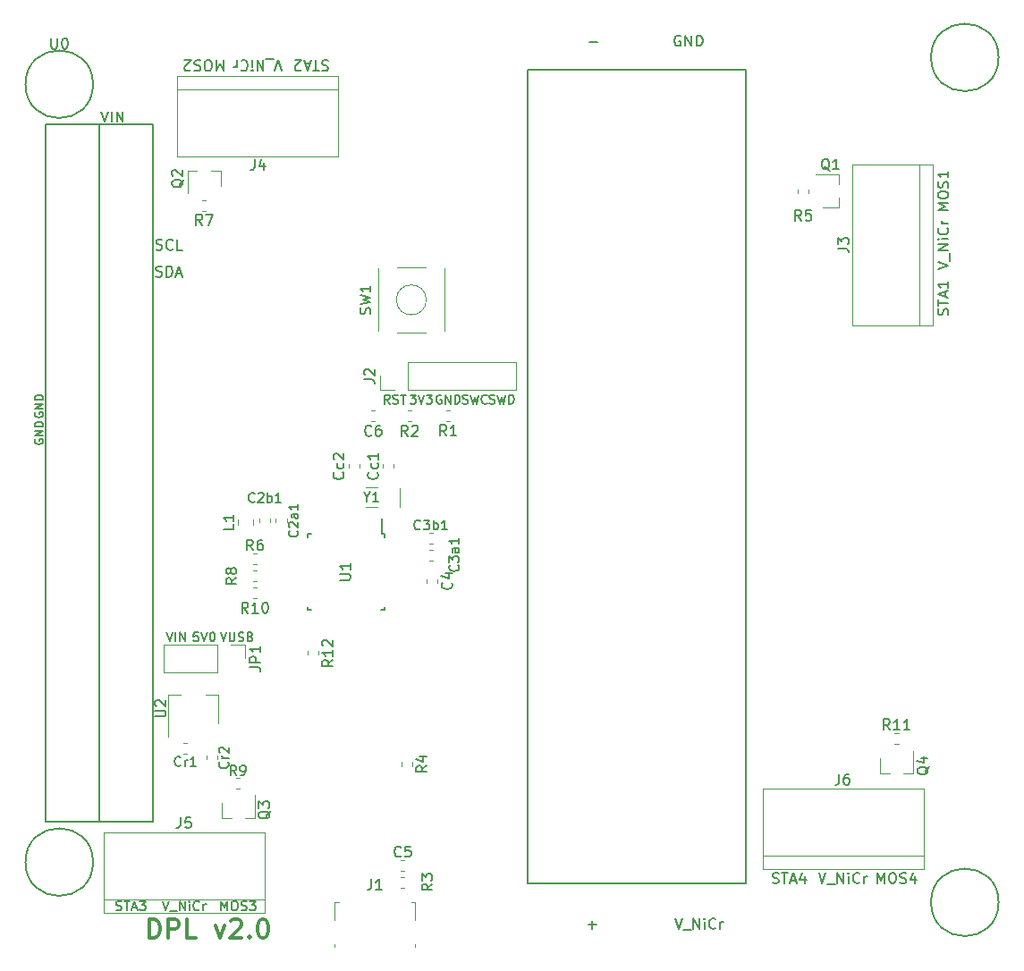
<source format=gto>
G04 #@! TF.GenerationSoftware,KiCad,Pcbnew,5.99.0-unknown-529461e~86~ubuntu18.04.1*
G04 #@! TF.CreationDate,2019-09-26T16:04:43-03:00*
G04 #@! TF.ProjectId,DPL,44504c2e-6b69-4636-9164-5f7063625858,rev?*
G04 #@! TF.SameCoordinates,Original*
G04 #@! TF.FileFunction,Legend,Top*
G04 #@! TF.FilePolarity,Positive*
%FSLAX46Y46*%
G04 Gerber Fmt 4.6, Leading zero omitted, Abs format (unit mm)*
G04 Created by KiCad (PCBNEW 5.99.0-unknown-529461e~86~ubuntu18.04.1) date 2019-09-26 16:04:43*
%MOMM*%
%LPD*%
G04 APERTURE LIST*
%ADD10C,0.150000*%
%ADD11C,0.300000*%
%ADD12C,0.200000*%
%ADD13C,0.120000*%
G04 APERTURE END LIST*
D10*
X167569047Y-127321428D02*
X168330952Y-127321428D01*
X167950000Y-127702380D02*
X167950000Y-126940476D01*
X167669047Y-43721428D02*
X168430952Y-43721428D01*
X175764285Y-126702380D02*
X176097619Y-127702380D01*
X176430952Y-126702380D01*
X176526190Y-127797619D02*
X177288095Y-127797619D01*
X177526190Y-127702380D02*
X177526190Y-126702380D01*
X178097619Y-127702380D01*
X178097619Y-126702380D01*
X178573809Y-127702380D02*
X178573809Y-127035714D01*
X178573809Y-126702380D02*
X178526190Y-126750000D01*
X178573809Y-126797619D01*
X178621428Y-126750000D01*
X178573809Y-126702380D01*
X178573809Y-126797619D01*
X179621428Y-127607142D02*
X179573809Y-127654761D01*
X179430952Y-127702380D01*
X179335714Y-127702380D01*
X179192857Y-127654761D01*
X179097619Y-127559523D01*
X179050000Y-127464285D01*
X179002380Y-127273809D01*
X179002380Y-127130952D01*
X179050000Y-126940476D01*
X179097619Y-126845238D01*
X179192857Y-126750000D01*
X179335714Y-126702380D01*
X179430952Y-126702380D01*
X179573809Y-126750000D01*
X179621428Y-126797619D01*
X180050000Y-127702380D02*
X180050000Y-127035714D01*
X180050000Y-127226190D02*
X180097619Y-127130952D01*
X180145238Y-127083333D01*
X180240476Y-127035714D01*
X180335714Y-127035714D01*
X176288095Y-43150000D02*
X176192857Y-43102380D01*
X176050000Y-43102380D01*
X175907142Y-43150000D01*
X175811904Y-43245238D01*
X175764285Y-43340476D01*
X175716666Y-43530952D01*
X175716666Y-43673809D01*
X175764285Y-43864285D01*
X175811904Y-43959523D01*
X175907142Y-44054761D01*
X176050000Y-44102380D01*
X176145238Y-44102380D01*
X176288095Y-44054761D01*
X176335714Y-44007142D01*
X176335714Y-43673809D01*
X176145238Y-43673809D01*
X176764285Y-44102380D02*
X176764285Y-43102380D01*
X177335714Y-44102380D01*
X177335714Y-43102380D01*
X177811904Y-44102380D02*
X177811904Y-43102380D01*
X178050000Y-43102380D01*
X178192857Y-43150000D01*
X178288095Y-43245238D01*
X178335714Y-43340476D01*
X178383333Y-43530952D01*
X178383333Y-43673809D01*
X178335714Y-43864285D01*
X178288095Y-43959523D01*
X178192857Y-44054761D01*
X178050000Y-44102380D01*
X177811904Y-44102380D01*
X132741666Y-99634523D02*
X133025000Y-100484523D01*
X133308333Y-99634523D01*
X133591666Y-99634523D02*
X133591666Y-100322619D01*
X133632142Y-100403571D01*
X133672619Y-100444047D01*
X133753571Y-100484523D01*
X133915476Y-100484523D01*
X133996428Y-100444047D01*
X134036904Y-100403571D01*
X134077380Y-100322619D01*
X134077380Y-99634523D01*
X134441666Y-100444047D02*
X134563095Y-100484523D01*
X134765476Y-100484523D01*
X134846428Y-100444047D01*
X134886904Y-100403571D01*
X134927380Y-100322619D01*
X134927380Y-100241666D01*
X134886904Y-100160714D01*
X134846428Y-100120238D01*
X134765476Y-100079761D01*
X134603571Y-100039285D01*
X134522619Y-99998809D01*
X134482142Y-99958333D01*
X134441666Y-99877380D01*
X134441666Y-99796428D01*
X134482142Y-99715476D01*
X134522619Y-99675000D01*
X134603571Y-99634523D01*
X134805952Y-99634523D01*
X134927380Y-99675000D01*
X135575000Y-100039285D02*
X135696428Y-100079761D01*
X135736904Y-100120238D01*
X135777380Y-100201190D01*
X135777380Y-100322619D01*
X135736904Y-100403571D01*
X135696428Y-100444047D01*
X135615476Y-100484523D01*
X135291666Y-100484523D01*
X135291666Y-99634523D01*
X135575000Y-99634523D01*
X135655952Y-99675000D01*
X135696428Y-99715476D01*
X135736904Y-99796428D01*
X135736904Y-99877380D01*
X135696428Y-99958333D01*
X135655952Y-99998809D01*
X135575000Y-100039285D01*
X135291666Y-100039285D01*
X130643333Y-99634523D02*
X130238571Y-99634523D01*
X130198095Y-100039285D01*
X130238571Y-99998809D01*
X130319523Y-99958333D01*
X130521904Y-99958333D01*
X130602857Y-99998809D01*
X130643333Y-100039285D01*
X130683809Y-100120238D01*
X130683809Y-100322619D01*
X130643333Y-100403571D01*
X130602857Y-100444047D01*
X130521904Y-100484523D01*
X130319523Y-100484523D01*
X130238571Y-100444047D01*
X130198095Y-100403571D01*
X130926666Y-99634523D02*
X131210000Y-100484523D01*
X131493333Y-99634523D01*
X131938571Y-99634523D02*
X132019523Y-99634523D01*
X132100476Y-99675000D01*
X132140952Y-99715476D01*
X132181428Y-99796428D01*
X132221904Y-99958333D01*
X132221904Y-100160714D01*
X132181428Y-100322619D01*
X132140952Y-100403571D01*
X132100476Y-100444047D01*
X132019523Y-100484523D01*
X131938571Y-100484523D01*
X131857619Y-100444047D01*
X131817142Y-100403571D01*
X131776666Y-100322619D01*
X131736190Y-100160714D01*
X131736190Y-99958333D01*
X131776666Y-99796428D01*
X131817142Y-99715476D01*
X131857619Y-99675000D01*
X131938571Y-99634523D01*
X127639047Y-99634523D02*
X127922380Y-100484523D01*
X128205714Y-99634523D01*
X128489047Y-100484523D02*
X128489047Y-99634523D01*
X128893809Y-100484523D02*
X128893809Y-99634523D01*
X129379523Y-100484523D01*
X129379523Y-99634523D01*
X158216428Y-77944047D02*
X158337857Y-77984523D01*
X158540238Y-77984523D01*
X158621190Y-77944047D01*
X158661666Y-77903571D01*
X158702142Y-77822619D01*
X158702142Y-77741666D01*
X158661666Y-77660714D01*
X158621190Y-77620238D01*
X158540238Y-77579761D01*
X158378333Y-77539285D01*
X158297380Y-77498809D01*
X158256904Y-77458333D01*
X158216428Y-77377380D01*
X158216428Y-77296428D01*
X158256904Y-77215476D01*
X158297380Y-77175000D01*
X158378333Y-77134523D01*
X158580714Y-77134523D01*
X158702142Y-77175000D01*
X158985476Y-77134523D02*
X159187857Y-77984523D01*
X159349761Y-77377380D01*
X159511666Y-77984523D01*
X159714047Y-77134523D01*
X160037857Y-77984523D02*
X160037857Y-77134523D01*
X160240238Y-77134523D01*
X160361666Y-77175000D01*
X160442619Y-77255952D01*
X160483095Y-77336904D01*
X160523571Y-77498809D01*
X160523571Y-77620238D01*
X160483095Y-77782142D01*
X160442619Y-77863095D01*
X160361666Y-77944047D01*
X160240238Y-77984523D01*
X160037857Y-77984523D01*
X155676428Y-77944047D02*
X155797857Y-77984523D01*
X156000238Y-77984523D01*
X156081190Y-77944047D01*
X156121666Y-77903571D01*
X156162142Y-77822619D01*
X156162142Y-77741666D01*
X156121666Y-77660714D01*
X156081190Y-77620238D01*
X156000238Y-77579761D01*
X155838333Y-77539285D01*
X155757380Y-77498809D01*
X155716904Y-77458333D01*
X155676428Y-77377380D01*
X155676428Y-77296428D01*
X155716904Y-77215476D01*
X155757380Y-77175000D01*
X155838333Y-77134523D01*
X156040714Y-77134523D01*
X156162142Y-77175000D01*
X156445476Y-77134523D02*
X156647857Y-77984523D01*
X156809761Y-77377380D01*
X156971666Y-77984523D01*
X157174047Y-77134523D01*
X157983571Y-77903571D02*
X157943095Y-77944047D01*
X157821666Y-77984523D01*
X157740714Y-77984523D01*
X157619285Y-77944047D01*
X157538333Y-77863095D01*
X157497857Y-77782142D01*
X157457380Y-77620238D01*
X157457380Y-77498809D01*
X157497857Y-77336904D01*
X157538333Y-77255952D01*
X157619285Y-77175000D01*
X157740714Y-77134523D01*
X157821666Y-77134523D01*
X157943095Y-77175000D01*
X157983571Y-77215476D01*
X153642380Y-77175000D02*
X153561428Y-77134523D01*
X153440000Y-77134523D01*
X153318571Y-77175000D01*
X153237619Y-77255952D01*
X153197142Y-77336904D01*
X153156666Y-77498809D01*
X153156666Y-77620238D01*
X153197142Y-77782142D01*
X153237619Y-77863095D01*
X153318571Y-77944047D01*
X153440000Y-77984523D01*
X153520952Y-77984523D01*
X153642380Y-77944047D01*
X153682857Y-77903571D01*
X153682857Y-77620238D01*
X153520952Y-77620238D01*
X154047142Y-77984523D02*
X154047142Y-77134523D01*
X154532857Y-77984523D01*
X154532857Y-77134523D01*
X154937619Y-77984523D02*
X154937619Y-77134523D01*
X155140000Y-77134523D01*
X155261428Y-77175000D01*
X155342380Y-77255952D01*
X155382857Y-77336904D01*
X155423333Y-77498809D01*
X155423333Y-77620238D01*
X155382857Y-77782142D01*
X155342380Y-77863095D01*
X155261428Y-77944047D01*
X155140000Y-77984523D01*
X154937619Y-77984523D01*
X150697619Y-77134523D02*
X151223809Y-77134523D01*
X150940476Y-77458333D01*
X151061904Y-77458333D01*
X151142857Y-77498809D01*
X151183333Y-77539285D01*
X151223809Y-77620238D01*
X151223809Y-77822619D01*
X151183333Y-77903571D01*
X151142857Y-77944047D01*
X151061904Y-77984523D01*
X150819047Y-77984523D01*
X150738095Y-77944047D01*
X150697619Y-77903571D01*
X151466666Y-77134523D02*
X151750000Y-77984523D01*
X152033333Y-77134523D01*
X152235714Y-77134523D02*
X152761904Y-77134523D01*
X152478571Y-77458333D01*
X152600000Y-77458333D01*
X152680952Y-77498809D01*
X152721428Y-77539285D01*
X152761904Y-77620238D01*
X152761904Y-77822619D01*
X152721428Y-77903571D01*
X152680952Y-77944047D01*
X152600000Y-77984523D01*
X152357142Y-77984523D01*
X152276190Y-77944047D01*
X152235714Y-77903571D01*
X148744523Y-77984523D02*
X148461190Y-77579761D01*
X148258809Y-77984523D02*
X148258809Y-77134523D01*
X148582619Y-77134523D01*
X148663571Y-77175000D01*
X148704047Y-77215476D01*
X148744523Y-77296428D01*
X148744523Y-77417857D01*
X148704047Y-77498809D01*
X148663571Y-77539285D01*
X148582619Y-77579761D01*
X148258809Y-77579761D01*
X149068333Y-77944047D02*
X149189761Y-77984523D01*
X149392142Y-77984523D01*
X149473095Y-77944047D01*
X149513571Y-77903571D01*
X149554047Y-77822619D01*
X149554047Y-77741666D01*
X149513571Y-77660714D01*
X149473095Y-77620238D01*
X149392142Y-77579761D01*
X149230238Y-77539285D01*
X149149285Y-77498809D01*
X149108809Y-77458333D01*
X149068333Y-77377380D01*
X149068333Y-77296428D01*
X149108809Y-77215476D01*
X149149285Y-77175000D01*
X149230238Y-77134523D01*
X149432619Y-77134523D01*
X149554047Y-77175000D01*
X149796904Y-77134523D02*
X150282619Y-77134523D01*
X150039761Y-77984523D02*
X150039761Y-77134523D01*
X121444761Y-50302380D02*
X121778095Y-51302380D01*
X122111428Y-50302380D01*
X122444761Y-51302380D02*
X122444761Y-50302380D01*
X122920952Y-51302380D02*
X122920952Y-50302380D01*
X123492380Y-51302380D01*
X123492380Y-50302380D01*
X115200000Y-78819523D02*
X115161904Y-78895714D01*
X115161904Y-79010000D01*
X115200000Y-79124285D01*
X115276190Y-79200476D01*
X115352380Y-79238571D01*
X115504761Y-79276666D01*
X115619047Y-79276666D01*
X115771428Y-79238571D01*
X115847619Y-79200476D01*
X115923809Y-79124285D01*
X115961904Y-79010000D01*
X115961904Y-78933809D01*
X115923809Y-78819523D01*
X115885714Y-78781428D01*
X115619047Y-78781428D01*
X115619047Y-78933809D01*
X115961904Y-78438571D02*
X115161904Y-78438571D01*
X115961904Y-77981428D01*
X115161904Y-77981428D01*
X115961904Y-77600476D02*
X115161904Y-77600476D01*
X115161904Y-77410000D01*
X115200000Y-77295714D01*
X115276190Y-77219523D01*
X115352380Y-77181428D01*
X115504761Y-77143333D01*
X115619047Y-77143333D01*
X115771428Y-77181428D01*
X115847619Y-77219523D01*
X115923809Y-77295714D01*
X115961904Y-77410000D01*
X115961904Y-77600476D01*
X115200000Y-81359523D02*
X115161904Y-81435714D01*
X115161904Y-81550000D01*
X115200000Y-81664285D01*
X115276190Y-81740476D01*
X115352380Y-81778571D01*
X115504761Y-81816666D01*
X115619047Y-81816666D01*
X115771428Y-81778571D01*
X115847619Y-81740476D01*
X115923809Y-81664285D01*
X115961904Y-81550000D01*
X115961904Y-81473809D01*
X115923809Y-81359523D01*
X115885714Y-81321428D01*
X115619047Y-81321428D01*
X115619047Y-81473809D01*
X115961904Y-80978571D02*
X115161904Y-80978571D01*
X115961904Y-80521428D01*
X115161904Y-80521428D01*
X115961904Y-80140476D02*
X115161904Y-80140476D01*
X115161904Y-79950000D01*
X115200000Y-79835714D01*
X115276190Y-79759523D01*
X115352380Y-79721428D01*
X115504761Y-79683333D01*
X115619047Y-79683333D01*
X115771428Y-79721428D01*
X115847619Y-79759523D01*
X115923809Y-79835714D01*
X115961904Y-79950000D01*
X115961904Y-80140476D01*
X126635714Y-65914761D02*
X126778571Y-65962380D01*
X127016666Y-65962380D01*
X127111904Y-65914761D01*
X127159523Y-65867142D01*
X127207142Y-65771904D01*
X127207142Y-65676666D01*
X127159523Y-65581428D01*
X127111904Y-65533809D01*
X127016666Y-65486190D01*
X126826190Y-65438571D01*
X126730952Y-65390952D01*
X126683333Y-65343333D01*
X126635714Y-65248095D01*
X126635714Y-65152857D01*
X126683333Y-65057619D01*
X126730952Y-65010000D01*
X126826190Y-64962380D01*
X127064285Y-64962380D01*
X127207142Y-65010000D01*
X127635714Y-65962380D02*
X127635714Y-64962380D01*
X127873809Y-64962380D01*
X128016666Y-65010000D01*
X128111904Y-65105238D01*
X128159523Y-65200476D01*
X128207142Y-65390952D01*
X128207142Y-65533809D01*
X128159523Y-65724285D01*
X128111904Y-65819523D01*
X128016666Y-65914761D01*
X127873809Y-65962380D01*
X127635714Y-65962380D01*
X128588095Y-65676666D02*
X129064285Y-65676666D01*
X128492857Y-65962380D02*
X128826190Y-64962380D01*
X129159523Y-65962380D01*
X126659523Y-63374761D02*
X126802380Y-63422380D01*
X127040476Y-63422380D01*
X127135714Y-63374761D01*
X127183333Y-63327142D01*
X127230952Y-63231904D01*
X127230952Y-63136666D01*
X127183333Y-63041428D01*
X127135714Y-62993809D01*
X127040476Y-62946190D01*
X126850000Y-62898571D01*
X126754761Y-62850952D01*
X126707142Y-62803333D01*
X126659523Y-62708095D01*
X126659523Y-62612857D01*
X126707142Y-62517619D01*
X126754761Y-62470000D01*
X126850000Y-62422380D01*
X127088095Y-62422380D01*
X127230952Y-62470000D01*
X128230952Y-63327142D02*
X128183333Y-63374761D01*
X128040476Y-63422380D01*
X127945238Y-63422380D01*
X127802380Y-63374761D01*
X127707142Y-63279523D01*
X127659523Y-63184285D01*
X127611904Y-62993809D01*
X127611904Y-62850952D01*
X127659523Y-62660476D01*
X127707142Y-62565238D01*
X127802380Y-62470000D01*
X127945238Y-62422380D01*
X128040476Y-62422380D01*
X128183333Y-62470000D01*
X128230952Y-62517619D01*
X129135714Y-63422380D02*
X128659523Y-63422380D01*
X128659523Y-62422380D01*
X132999523Y-45447619D02*
X132999523Y-46447619D01*
X132666190Y-45733333D01*
X132332857Y-46447619D01*
X132332857Y-45447619D01*
X131666190Y-46447619D02*
X131475714Y-46447619D01*
X131380476Y-46400000D01*
X131285238Y-46304761D01*
X131237619Y-46114285D01*
X131237619Y-45780952D01*
X131285238Y-45590476D01*
X131380476Y-45495238D01*
X131475714Y-45447619D01*
X131666190Y-45447619D01*
X131761428Y-45495238D01*
X131856666Y-45590476D01*
X131904285Y-45780952D01*
X131904285Y-46114285D01*
X131856666Y-46304761D01*
X131761428Y-46400000D01*
X131666190Y-46447619D01*
X130856666Y-45495238D02*
X130713809Y-45447619D01*
X130475714Y-45447619D01*
X130380476Y-45495238D01*
X130332857Y-45542857D01*
X130285238Y-45638095D01*
X130285238Y-45733333D01*
X130332857Y-45828571D01*
X130380476Y-45876190D01*
X130475714Y-45923809D01*
X130666190Y-45971428D01*
X130761428Y-46019047D01*
X130809047Y-46066666D01*
X130856666Y-46161904D01*
X130856666Y-46257142D01*
X130809047Y-46352380D01*
X130761428Y-46400000D01*
X130666190Y-46447619D01*
X130428095Y-46447619D01*
X130285238Y-46400000D01*
X129904285Y-46352380D02*
X129856666Y-46400000D01*
X129761428Y-46447619D01*
X129523333Y-46447619D01*
X129428095Y-46400000D01*
X129380476Y-46352380D01*
X129332857Y-46257142D01*
X129332857Y-46161904D01*
X129380476Y-46019047D01*
X129951904Y-45447619D01*
X129332857Y-45447619D01*
X138555714Y-46447619D02*
X138222380Y-45447619D01*
X137889047Y-46447619D01*
X137793809Y-45352380D02*
X137031904Y-45352380D01*
X136793809Y-45447619D02*
X136793809Y-46447619D01*
X136222380Y-45447619D01*
X136222380Y-46447619D01*
X135746190Y-45447619D02*
X135746190Y-46114285D01*
X135746190Y-46447619D02*
X135793809Y-46400000D01*
X135746190Y-46352380D01*
X135698571Y-46400000D01*
X135746190Y-46447619D01*
X135746190Y-46352380D01*
X134698571Y-45542857D02*
X134746190Y-45495238D01*
X134889047Y-45447619D01*
X134984285Y-45447619D01*
X135127142Y-45495238D01*
X135222380Y-45590476D01*
X135270000Y-45685714D01*
X135317619Y-45876190D01*
X135317619Y-46019047D01*
X135270000Y-46209523D01*
X135222380Y-46304761D01*
X135127142Y-46400000D01*
X134984285Y-46447619D01*
X134889047Y-46447619D01*
X134746190Y-46400000D01*
X134698571Y-46352380D01*
X134270000Y-45447619D02*
X134270000Y-46114285D01*
X134270000Y-45923809D02*
X134222380Y-46019047D01*
X134174761Y-46066666D01*
X134079523Y-46114285D01*
X133984285Y-46114285D01*
X142921428Y-45495238D02*
X142778571Y-45447619D01*
X142540476Y-45447619D01*
X142445238Y-45495238D01*
X142397619Y-45542857D01*
X142350000Y-45638095D01*
X142350000Y-45733333D01*
X142397619Y-45828571D01*
X142445238Y-45876190D01*
X142540476Y-45923809D01*
X142730952Y-45971428D01*
X142826190Y-46019047D01*
X142873809Y-46066666D01*
X142921428Y-46161904D01*
X142921428Y-46257142D01*
X142873809Y-46352380D01*
X142826190Y-46400000D01*
X142730952Y-46447619D01*
X142492857Y-46447619D01*
X142350000Y-46400000D01*
X142064285Y-46447619D02*
X141492857Y-46447619D01*
X141778571Y-45447619D02*
X141778571Y-46447619D01*
X141207142Y-45733333D02*
X140730952Y-45733333D01*
X141302380Y-45447619D02*
X140969047Y-46447619D01*
X140635714Y-45447619D01*
X140350000Y-46352380D02*
X140302380Y-46400000D01*
X140207142Y-46447619D01*
X139969047Y-46447619D01*
X139873809Y-46400000D01*
X139826190Y-46352380D01*
X139778571Y-46257142D01*
X139778571Y-46161904D01*
X139826190Y-46019047D01*
X140397619Y-45447619D01*
X139778571Y-45447619D01*
X201652380Y-59649523D02*
X200652380Y-59649523D01*
X201366666Y-59316190D01*
X200652380Y-58982857D01*
X201652380Y-58982857D01*
X200652380Y-58316190D02*
X200652380Y-58125714D01*
X200700000Y-58030476D01*
X200795238Y-57935238D01*
X200985714Y-57887619D01*
X201319047Y-57887619D01*
X201509523Y-57935238D01*
X201604761Y-58030476D01*
X201652380Y-58125714D01*
X201652380Y-58316190D01*
X201604761Y-58411428D01*
X201509523Y-58506666D01*
X201319047Y-58554285D01*
X200985714Y-58554285D01*
X200795238Y-58506666D01*
X200700000Y-58411428D01*
X200652380Y-58316190D01*
X201604761Y-57506666D02*
X201652380Y-57363809D01*
X201652380Y-57125714D01*
X201604761Y-57030476D01*
X201557142Y-56982857D01*
X201461904Y-56935238D01*
X201366666Y-56935238D01*
X201271428Y-56982857D01*
X201223809Y-57030476D01*
X201176190Y-57125714D01*
X201128571Y-57316190D01*
X201080952Y-57411428D01*
X201033333Y-57459047D01*
X200938095Y-57506666D01*
X200842857Y-57506666D01*
X200747619Y-57459047D01*
X200700000Y-57411428D01*
X200652380Y-57316190D01*
X200652380Y-57078095D01*
X200700000Y-56935238D01*
X201652380Y-55982857D02*
X201652380Y-56554285D01*
X201652380Y-56268571D02*
X200652380Y-56268571D01*
X200795238Y-56363809D01*
X200890476Y-56459047D01*
X200938095Y-56554285D01*
X200652380Y-65205714D02*
X201652380Y-64872380D01*
X200652380Y-64539047D01*
X201747619Y-64443809D02*
X201747619Y-63681904D01*
X201652380Y-63443809D02*
X200652380Y-63443809D01*
X201652380Y-62872380D01*
X200652380Y-62872380D01*
X201652380Y-62396190D02*
X200985714Y-62396190D01*
X200652380Y-62396190D02*
X200700000Y-62443809D01*
X200747619Y-62396190D01*
X200700000Y-62348571D01*
X200652380Y-62396190D01*
X200747619Y-62396190D01*
X201557142Y-61348571D02*
X201604761Y-61396190D01*
X201652380Y-61539047D01*
X201652380Y-61634285D01*
X201604761Y-61777142D01*
X201509523Y-61872380D01*
X201414285Y-61920000D01*
X201223809Y-61967619D01*
X201080952Y-61967619D01*
X200890476Y-61920000D01*
X200795238Y-61872380D01*
X200700000Y-61777142D01*
X200652380Y-61634285D01*
X200652380Y-61539047D01*
X200700000Y-61396190D01*
X200747619Y-61348571D01*
X201652380Y-60920000D02*
X200985714Y-60920000D01*
X201176190Y-60920000D02*
X201080952Y-60872380D01*
X201033333Y-60824761D01*
X200985714Y-60729523D01*
X200985714Y-60634285D01*
X201604761Y-69571428D02*
X201652380Y-69428571D01*
X201652380Y-69190476D01*
X201604761Y-69095238D01*
X201557142Y-69047619D01*
X201461904Y-69000000D01*
X201366666Y-69000000D01*
X201271428Y-69047619D01*
X201223809Y-69095238D01*
X201176190Y-69190476D01*
X201128571Y-69380952D01*
X201080952Y-69476190D01*
X201033333Y-69523809D01*
X200938095Y-69571428D01*
X200842857Y-69571428D01*
X200747619Y-69523809D01*
X200700000Y-69476190D01*
X200652380Y-69380952D01*
X200652380Y-69142857D01*
X200700000Y-69000000D01*
X200652380Y-68714285D02*
X200652380Y-68142857D01*
X201652380Y-68428571D02*
X200652380Y-68428571D01*
X201366666Y-67857142D02*
X201366666Y-67380952D01*
X201652380Y-67952380D02*
X200652380Y-67619047D01*
X201652380Y-67285714D01*
X201652380Y-66428571D02*
X201652380Y-67000000D01*
X201652380Y-66714285D02*
X200652380Y-66714285D01*
X200795238Y-66809523D01*
X200890476Y-66904761D01*
X200938095Y-67000000D01*
X194940476Y-123402380D02*
X194940476Y-122402380D01*
X195273809Y-123116666D01*
X195607142Y-122402380D01*
X195607142Y-123402380D01*
X196273809Y-122402380D02*
X196464285Y-122402380D01*
X196559523Y-122450000D01*
X196654761Y-122545238D01*
X196702380Y-122735714D01*
X196702380Y-123069047D01*
X196654761Y-123259523D01*
X196559523Y-123354761D01*
X196464285Y-123402380D01*
X196273809Y-123402380D01*
X196178571Y-123354761D01*
X196083333Y-123259523D01*
X196035714Y-123069047D01*
X196035714Y-122735714D01*
X196083333Y-122545238D01*
X196178571Y-122450000D01*
X196273809Y-122402380D01*
X197083333Y-123354761D02*
X197226190Y-123402380D01*
X197464285Y-123402380D01*
X197559523Y-123354761D01*
X197607142Y-123307142D01*
X197654761Y-123211904D01*
X197654761Y-123116666D01*
X197607142Y-123021428D01*
X197559523Y-122973809D01*
X197464285Y-122926190D01*
X197273809Y-122878571D01*
X197178571Y-122830952D01*
X197130952Y-122783333D01*
X197083333Y-122688095D01*
X197083333Y-122592857D01*
X197130952Y-122497619D01*
X197178571Y-122450000D01*
X197273809Y-122402380D01*
X197511904Y-122402380D01*
X197654761Y-122450000D01*
X198511904Y-122735714D02*
X198511904Y-123402380D01*
X198273809Y-122354761D02*
X198035714Y-123069047D01*
X198654761Y-123069047D01*
X189384285Y-122402380D02*
X189717619Y-123402380D01*
X190050952Y-122402380D01*
X190146190Y-123497619D02*
X190908095Y-123497619D01*
X191146190Y-123402380D02*
X191146190Y-122402380D01*
X191717619Y-123402380D01*
X191717619Y-122402380D01*
X192193809Y-123402380D02*
X192193809Y-122735714D01*
X192193809Y-122402380D02*
X192146190Y-122450000D01*
X192193809Y-122497619D01*
X192241428Y-122450000D01*
X192193809Y-122402380D01*
X192193809Y-122497619D01*
X193241428Y-123307142D02*
X193193809Y-123354761D01*
X193050952Y-123402380D01*
X192955714Y-123402380D01*
X192812857Y-123354761D01*
X192717619Y-123259523D01*
X192670000Y-123164285D01*
X192622380Y-122973809D01*
X192622380Y-122830952D01*
X192670000Y-122640476D01*
X192717619Y-122545238D01*
X192812857Y-122450000D01*
X192955714Y-122402380D01*
X193050952Y-122402380D01*
X193193809Y-122450000D01*
X193241428Y-122497619D01*
X193670000Y-123402380D02*
X193670000Y-122735714D01*
X193670000Y-122926190D02*
X193717619Y-122830952D01*
X193765238Y-122783333D01*
X193860476Y-122735714D01*
X193955714Y-122735714D01*
X185018571Y-123354761D02*
X185161428Y-123402380D01*
X185399523Y-123402380D01*
X185494761Y-123354761D01*
X185542380Y-123307142D01*
X185590000Y-123211904D01*
X185590000Y-123116666D01*
X185542380Y-123021428D01*
X185494761Y-122973809D01*
X185399523Y-122926190D01*
X185209047Y-122878571D01*
X185113809Y-122830952D01*
X185066190Y-122783333D01*
X185018571Y-122688095D01*
X185018571Y-122592857D01*
X185066190Y-122497619D01*
X185113809Y-122450000D01*
X185209047Y-122402380D01*
X185447142Y-122402380D01*
X185590000Y-122450000D01*
X185875714Y-122402380D02*
X186447142Y-122402380D01*
X186161428Y-123402380D02*
X186161428Y-122402380D01*
X186732857Y-123116666D02*
X187209047Y-123116666D01*
X186637619Y-123402380D02*
X186970952Y-122402380D01*
X187304285Y-123402380D01*
X188066190Y-122735714D02*
X188066190Y-123402380D01*
X187828095Y-122354761D02*
X187590000Y-123069047D01*
X188209047Y-123069047D01*
X132781428Y-125957142D02*
X132781428Y-125057142D01*
X133081428Y-125700000D01*
X133381428Y-125057142D01*
X133381428Y-125957142D01*
X133981428Y-125057142D02*
X134152857Y-125057142D01*
X134238571Y-125100000D01*
X134324285Y-125185714D01*
X134367142Y-125357142D01*
X134367142Y-125657142D01*
X134324285Y-125828571D01*
X134238571Y-125914285D01*
X134152857Y-125957142D01*
X133981428Y-125957142D01*
X133895714Y-125914285D01*
X133810000Y-125828571D01*
X133767142Y-125657142D01*
X133767142Y-125357142D01*
X133810000Y-125185714D01*
X133895714Y-125100000D01*
X133981428Y-125057142D01*
X134710000Y-125914285D02*
X134838571Y-125957142D01*
X135052857Y-125957142D01*
X135138571Y-125914285D01*
X135181428Y-125871428D01*
X135224285Y-125785714D01*
X135224285Y-125700000D01*
X135181428Y-125614285D01*
X135138571Y-125571428D01*
X135052857Y-125528571D01*
X134881428Y-125485714D01*
X134795714Y-125442857D01*
X134752857Y-125400000D01*
X134710000Y-125314285D01*
X134710000Y-125228571D01*
X134752857Y-125142857D01*
X134795714Y-125100000D01*
X134881428Y-125057142D01*
X135095714Y-125057142D01*
X135224285Y-125100000D01*
X135524285Y-125057142D02*
X136081428Y-125057142D01*
X135781428Y-125400000D01*
X135910000Y-125400000D01*
X135995714Y-125442857D01*
X136038571Y-125485714D01*
X136081428Y-125571428D01*
X136081428Y-125785714D01*
X136038571Y-125871428D01*
X135995714Y-125914285D01*
X135910000Y-125957142D01*
X135652857Y-125957142D01*
X135567142Y-125914285D01*
X135524285Y-125871428D01*
X127272857Y-125057142D02*
X127572857Y-125957142D01*
X127872857Y-125057142D01*
X127958571Y-126042857D02*
X128644285Y-126042857D01*
X128858571Y-125957142D02*
X128858571Y-125057142D01*
X129372857Y-125957142D01*
X129372857Y-125057142D01*
X129801428Y-125957142D02*
X129801428Y-125357142D01*
X129801428Y-125057142D02*
X129758571Y-125100000D01*
X129801428Y-125142857D01*
X129844285Y-125100000D01*
X129801428Y-125057142D01*
X129801428Y-125142857D01*
X130744285Y-125871428D02*
X130701428Y-125914285D01*
X130572857Y-125957142D01*
X130487142Y-125957142D01*
X130358571Y-125914285D01*
X130272857Y-125828571D01*
X130230000Y-125742857D01*
X130187142Y-125571428D01*
X130187142Y-125442857D01*
X130230000Y-125271428D01*
X130272857Y-125185714D01*
X130358571Y-125100000D01*
X130487142Y-125057142D01*
X130572857Y-125057142D01*
X130701428Y-125100000D01*
X130744285Y-125142857D01*
X131130000Y-125957142D02*
X131130000Y-125357142D01*
X131130000Y-125528571D02*
X131172857Y-125442857D01*
X131215714Y-125400000D01*
X131301428Y-125357142D01*
X131387142Y-125357142D01*
X122835714Y-125914285D02*
X122964285Y-125957142D01*
X123178571Y-125957142D01*
X123264285Y-125914285D01*
X123307142Y-125871428D01*
X123350000Y-125785714D01*
X123350000Y-125700000D01*
X123307142Y-125614285D01*
X123264285Y-125571428D01*
X123178571Y-125528571D01*
X123007142Y-125485714D01*
X122921428Y-125442857D01*
X122878571Y-125400000D01*
X122835714Y-125314285D01*
X122835714Y-125228571D01*
X122878571Y-125142857D01*
X122921428Y-125100000D01*
X123007142Y-125057142D01*
X123221428Y-125057142D01*
X123350000Y-125100000D01*
X123607142Y-125057142D02*
X124121428Y-125057142D01*
X123864285Y-125957142D02*
X123864285Y-125057142D01*
X124378571Y-125700000D02*
X124807142Y-125700000D01*
X124292857Y-125957142D02*
X124592857Y-125057142D01*
X124892857Y-125957142D01*
X125107142Y-125057142D02*
X125664285Y-125057142D01*
X125364285Y-125400000D01*
X125492857Y-125400000D01*
X125578571Y-125442857D01*
X125621428Y-125485714D01*
X125664285Y-125571428D01*
X125664285Y-125785714D01*
X125621428Y-125871428D01*
X125578571Y-125914285D01*
X125492857Y-125957142D01*
X125235714Y-125957142D01*
X125150000Y-125914285D01*
X125107142Y-125871428D01*
D11*
X125985714Y-128564285D02*
X125985714Y-126764285D01*
X126414285Y-126764285D01*
X126671428Y-126850000D01*
X126842857Y-127021428D01*
X126928571Y-127192857D01*
X127014285Y-127535714D01*
X127014285Y-127792857D01*
X126928571Y-128135714D01*
X126842857Y-128307142D01*
X126671428Y-128478571D01*
X126414285Y-128564285D01*
X125985714Y-128564285D01*
X127785714Y-128564285D02*
X127785714Y-126764285D01*
X128471428Y-126764285D01*
X128642857Y-126850000D01*
X128728571Y-126935714D01*
X128814285Y-127107142D01*
X128814285Y-127364285D01*
X128728571Y-127535714D01*
X128642857Y-127621428D01*
X128471428Y-127707142D01*
X127785714Y-127707142D01*
X130442857Y-128564285D02*
X129585714Y-128564285D01*
X129585714Y-126764285D01*
X132242857Y-127364285D02*
X132671428Y-128564285D01*
X133100000Y-127364285D01*
X133699999Y-126935714D02*
X133785714Y-126850000D01*
X133957142Y-126764285D01*
X134385714Y-126764285D01*
X134557142Y-126850000D01*
X134642857Y-126935714D01*
X134728571Y-127107142D01*
X134728571Y-127278571D01*
X134642857Y-127535714D01*
X133614285Y-128564285D01*
X134728571Y-128564285D01*
X135500000Y-128392857D02*
X135585714Y-128478571D01*
X135500000Y-128564285D01*
X135414285Y-128478571D01*
X135500000Y-128392857D01*
X135500000Y-128564285D01*
X136700000Y-126764285D02*
X136871428Y-126764285D01*
X137042857Y-126850000D01*
X137128571Y-126935714D01*
X137214285Y-127107142D01*
X137300000Y-127450000D01*
X137300000Y-127878571D01*
X137214285Y-128221428D01*
X137128571Y-128392857D01*
X137042857Y-128478571D01*
X136871428Y-128564285D01*
X136700000Y-128564285D01*
X136528571Y-128478571D01*
X136442857Y-128392857D01*
X136357142Y-128221428D01*
X136271428Y-127878571D01*
X136271428Y-127450000D01*
X136357142Y-127107142D01*
X136442857Y-126935714D01*
X136528571Y-126850000D01*
X136700000Y-126764285D01*
D12*
X116190000Y-51540000D02*
X126350000Y-51540000D01*
X126350000Y-51540000D02*
X126350000Y-117580000D01*
X126350000Y-117580000D02*
X116190000Y-117580000D01*
X116190000Y-117580000D02*
X116190000Y-51540000D01*
X121270000Y-51540000D02*
X121270000Y-117580000D01*
X120680000Y-47730000D02*
G75*
G03X120680000Y-47730000I-3200000J0D01*
G01*
X120680000Y-121390000D02*
G75*
G03X120680000Y-121390000I-3200000J0D01*
G01*
X206410000Y-125200000D02*
G75*
G03X206410000Y-125200000I-3200000J0D01*
G01*
X206410000Y-45190000D02*
G75*
G03X206410000Y-45190000I-3200000J0D01*
G01*
D10*
X161830000Y-46340000D02*
X161830000Y-123390000D01*
X161830000Y-123390000D02*
X182480000Y-123390000D01*
X182480000Y-123390000D02*
X182480000Y-46340000D01*
X182480000Y-46340000D02*
X161830000Y-46340000D01*
D13*
X152224214Y-68150000D02*
G75*
G03X152224214Y-68150000I-1414214J0D01*
G01*
X153930000Y-71120000D02*
X153930000Y-65180000D01*
X147690000Y-71120000D02*
X147690000Y-65180000D01*
X152150000Y-71270000D02*
X149470000Y-71270000D01*
X149470000Y-65030000D02*
X152150000Y-65030000D01*
X147575000Y-87800000D02*
X146475000Y-87800000D01*
X147575000Y-85900000D02*
X146475000Y-85900000D01*
X149725000Y-87750000D02*
X149725000Y-85950000D01*
X131350000Y-105520000D02*
X132550000Y-105520000D01*
X132550000Y-105520000D02*
X132550000Y-108220000D01*
X127750000Y-109520000D02*
X127750000Y-105520000D01*
X127750000Y-105520000D02*
X128950000Y-105520000D01*
D10*
X148250000Y-90285000D02*
X148025000Y-90285000D01*
X148250000Y-97535000D02*
X147925000Y-97535000D01*
X141000000Y-97535000D02*
X141325000Y-97535000D01*
X141000000Y-90285000D02*
X141325000Y-90285000D01*
X148250000Y-90285000D02*
X148250000Y-90610000D01*
X141000000Y-90285000D02*
X141000000Y-90610000D01*
X141000000Y-97535000D02*
X141000000Y-97210000D01*
X148250000Y-97535000D02*
X148250000Y-97210000D01*
X148025000Y-90285000D02*
X148025000Y-88860000D01*
D13*
X142010000Y-101428733D02*
X142010000Y-101771267D01*
X140990000Y-101428733D02*
X140990000Y-101771267D01*
X196921267Y-110210000D02*
X196578733Y-110210000D01*
X196921267Y-109190000D02*
X196578733Y-109190000D01*
X136171267Y-96420000D02*
X135828733Y-96420000D01*
X136171267Y-95400000D02*
X135828733Y-95400000D01*
X134581267Y-114410000D02*
X134238733Y-114410000D01*
X134581267Y-113390000D02*
X134238733Y-113390000D01*
X136171267Y-94820000D02*
X135828733Y-94820000D01*
X136171267Y-93800000D02*
X135828733Y-93800000D01*
X131018733Y-58690000D02*
X131361267Y-58690000D01*
X131018733Y-59710000D02*
X131361267Y-59710000D01*
X136171267Y-93210000D02*
X135828733Y-93210000D01*
X136171267Y-92190000D02*
X135828733Y-92190000D01*
X188410000Y-57668733D02*
X188410000Y-58011267D01*
X187390000Y-57668733D02*
X187390000Y-58011267D01*
X150910000Y-111928733D02*
X150910000Y-112271267D01*
X149890000Y-111928733D02*
X149890000Y-112271267D01*
X150171267Y-123810000D02*
X149828733Y-123810000D01*
X150171267Y-122790000D02*
X149828733Y-122790000D01*
X150821267Y-79660000D02*
X150478733Y-79660000D01*
X150821267Y-78640000D02*
X150478733Y-78640000D01*
X154128733Y-78640000D02*
X154471267Y-78640000D01*
X154128733Y-79660000D02*
X154471267Y-79660000D01*
X195170000Y-113010000D02*
X196100000Y-113010000D01*
X198330000Y-113010000D02*
X197400000Y-113010000D01*
X198330000Y-113010000D02*
X198330000Y-110850000D01*
X195170000Y-113010000D02*
X195170000Y-111550000D01*
X132830000Y-117210000D02*
X133760000Y-117210000D01*
X135990000Y-117210000D02*
X135060000Y-117210000D01*
X135990000Y-117210000D02*
X135990000Y-115050000D01*
X132830000Y-117210000D02*
X132830000Y-115750000D01*
X132770000Y-55890000D02*
X131840000Y-55890000D01*
X129610000Y-55890000D02*
X130540000Y-55890000D01*
X129610000Y-55890000D02*
X129610000Y-58050000D01*
X132770000Y-55890000D02*
X132770000Y-57350000D01*
X191260000Y-59420000D02*
X191260000Y-58490000D01*
X191260000Y-56260000D02*
X191260000Y-57190000D01*
X191260000Y-56260000D02*
X189100000Y-56260000D01*
X191260000Y-59420000D02*
X189800000Y-59420000D01*
X135810000Y-88938748D02*
X135810000Y-89461252D01*
X134390000Y-88938748D02*
X134390000Y-89461252D01*
X127340000Y-100780000D02*
X127340000Y-103440000D01*
X132480000Y-100780000D02*
X127340000Y-100780000D01*
X132480000Y-103440000D02*
X127340000Y-103440000D01*
X132480000Y-100780000D02*
X132480000Y-103440000D01*
X133750000Y-100780000D02*
X135080000Y-100780000D01*
X135080000Y-100780000D02*
X135080000Y-102110000D01*
X184050000Y-122060000D02*
X184050000Y-114440000D01*
X199290000Y-122060000D02*
X199290000Y-114440000D01*
X184050000Y-120790000D02*
X199290000Y-120790000D01*
X184050000Y-114440000D02*
X199290000Y-114440000D01*
X184050000Y-122060000D02*
X199290000Y-122060000D01*
X121710000Y-126160000D02*
X121710000Y-118540000D01*
X136950000Y-126160000D02*
X136950000Y-118540000D01*
X121710000Y-124890000D02*
X136950000Y-124890000D01*
X121710000Y-118540000D02*
X136950000Y-118540000D01*
X121710000Y-126160000D02*
X136950000Y-126160000D01*
X143890000Y-46940000D02*
X143890000Y-54560000D01*
X128650000Y-46940000D02*
X128650000Y-54560000D01*
X143890000Y-48210000D02*
X128650000Y-48210000D01*
X143890000Y-54560000D02*
X128650000Y-54560000D01*
X143890000Y-46940000D02*
X128650000Y-46940000D01*
X200210000Y-70540000D02*
X192590000Y-70540000D01*
X200210000Y-55300000D02*
X192590000Y-55300000D01*
X198940000Y-70540000D02*
X198940000Y-55300000D01*
X192590000Y-70540000D02*
X192590000Y-55300000D01*
X200210000Y-70540000D02*
X200210000Y-55300000D01*
X160700000Y-76680000D02*
X160700000Y-74020000D01*
X150480000Y-76680000D02*
X160700000Y-76680000D01*
X150480000Y-74020000D02*
X160700000Y-74020000D01*
X150480000Y-76680000D02*
X150480000Y-74020000D01*
X149210000Y-76680000D02*
X147880000Y-76680000D01*
X147880000Y-76680000D02*
X147880000Y-75350000D01*
X151160000Y-125140000D02*
X150780000Y-125140000D01*
X151160000Y-129190000D02*
X151160000Y-129450000D01*
X151160000Y-125140000D02*
X151160000Y-126910000D01*
X143540000Y-125140000D02*
X143920000Y-125140000D01*
X143540000Y-126910000D02*
X143540000Y-125140000D01*
X143540000Y-129450000D02*
X143540000Y-129190000D01*
X132410000Y-111328733D02*
X132410000Y-111671267D01*
X131390000Y-111328733D02*
X131390000Y-111671267D01*
X129571267Y-111110000D02*
X129228733Y-111110000D01*
X129571267Y-110090000D02*
X129228733Y-110090000D01*
X144890000Y-84071267D02*
X144890000Y-83728733D01*
X145910000Y-84071267D02*
X145910000Y-83728733D01*
X148140000Y-84071267D02*
X148140000Y-83728733D01*
X149160000Y-84071267D02*
X149160000Y-83728733D01*
X152478733Y-90240000D02*
X152821267Y-90240000D01*
X152478733Y-91260000D02*
X152821267Y-91260000D01*
X152478733Y-91790000D02*
X152821267Y-91790000D01*
X152478733Y-92810000D02*
X152821267Y-92810000D01*
X137460000Y-88878733D02*
X137460000Y-89221267D01*
X136440000Y-88878733D02*
X136440000Y-89221267D01*
X139010000Y-88878733D02*
X139010000Y-89221267D01*
X137990000Y-88878733D02*
X137990000Y-89221267D01*
X147371267Y-79660000D02*
X147028733Y-79660000D01*
X147371267Y-78640000D02*
X147028733Y-78640000D01*
X150171267Y-122260000D02*
X149828733Y-122260000D01*
X150171267Y-121240000D02*
X149828733Y-121240000D01*
X153310000Y-94578733D02*
X153310000Y-94921267D01*
X152290000Y-94578733D02*
X152290000Y-94921267D01*
D10*
X116718095Y-43372380D02*
X116718095Y-44181904D01*
X116765714Y-44277142D01*
X116813333Y-44324761D01*
X116908571Y-44372380D01*
X117099047Y-44372380D01*
X117194285Y-44324761D01*
X117241904Y-44277142D01*
X117289523Y-44181904D01*
X117289523Y-43372380D01*
X117956190Y-43372380D02*
X118051428Y-43372380D01*
X118146666Y-43420000D01*
X118194285Y-43467619D01*
X118241904Y-43562857D01*
X118289523Y-43753333D01*
X118289523Y-43991428D01*
X118241904Y-44181904D01*
X118194285Y-44277142D01*
X118146666Y-44324761D01*
X118051428Y-44372380D01*
X117956190Y-44372380D01*
X117860952Y-44324761D01*
X117813333Y-44277142D01*
X117765714Y-44181904D01*
X117718095Y-43991428D01*
X117718095Y-43753333D01*
X117765714Y-43562857D01*
X117813333Y-43467619D01*
X117860952Y-43420000D01*
X117956190Y-43372380D01*
X146914761Y-69483333D02*
X146962380Y-69340476D01*
X146962380Y-69102380D01*
X146914761Y-69007142D01*
X146867142Y-68959523D01*
X146771904Y-68911904D01*
X146676666Y-68911904D01*
X146581428Y-68959523D01*
X146533809Y-69007142D01*
X146486190Y-69102380D01*
X146438571Y-69292857D01*
X146390952Y-69388095D01*
X146343333Y-69435714D01*
X146248095Y-69483333D01*
X146152857Y-69483333D01*
X146057619Y-69435714D01*
X146010000Y-69388095D01*
X145962380Y-69292857D01*
X145962380Y-69054761D01*
X146010000Y-68911904D01*
X145962380Y-68578571D02*
X146962380Y-68340476D01*
X146248095Y-68150000D01*
X146962380Y-67959523D01*
X145962380Y-67721428D01*
X146962380Y-66816666D02*
X146962380Y-67388095D01*
X146962380Y-67102380D02*
X145962380Y-67102380D01*
X146105238Y-67197619D01*
X146200476Y-67292857D01*
X146248095Y-67388095D01*
X146596428Y-86828571D02*
X146596428Y-87257142D01*
X146296428Y-86357142D02*
X146596428Y-86828571D01*
X146896428Y-86357142D01*
X147667857Y-87257142D02*
X147153571Y-87257142D01*
X147410714Y-87257142D02*
X147410714Y-86357142D01*
X147325000Y-86485714D01*
X147239285Y-86571428D01*
X147153571Y-86614285D01*
X126552380Y-107611904D02*
X127361904Y-107611904D01*
X127457142Y-107564285D01*
X127504761Y-107516666D01*
X127552380Y-107421428D01*
X127552380Y-107230952D01*
X127504761Y-107135714D01*
X127457142Y-107088095D01*
X127361904Y-107040476D01*
X126552380Y-107040476D01*
X126647619Y-106611904D02*
X126600000Y-106564285D01*
X126552380Y-106469047D01*
X126552380Y-106230952D01*
X126600000Y-106135714D01*
X126647619Y-106088095D01*
X126742857Y-106040476D01*
X126838095Y-106040476D01*
X126980952Y-106088095D01*
X127552380Y-106659523D01*
X127552380Y-106040476D01*
X144047380Y-94671904D02*
X144856904Y-94671904D01*
X144952142Y-94624285D01*
X144999761Y-94576666D01*
X145047380Y-94481428D01*
X145047380Y-94290952D01*
X144999761Y-94195714D01*
X144952142Y-94148095D01*
X144856904Y-94100476D01*
X144047380Y-94100476D01*
X145047380Y-93100476D02*
X145047380Y-93671904D01*
X145047380Y-93386190D02*
X144047380Y-93386190D01*
X144190238Y-93481428D01*
X144285476Y-93576666D01*
X144333095Y-93671904D01*
X143382380Y-102242857D02*
X142906190Y-102576190D01*
X143382380Y-102814285D02*
X142382380Y-102814285D01*
X142382380Y-102433333D01*
X142430000Y-102338095D01*
X142477619Y-102290476D01*
X142572857Y-102242857D01*
X142715714Y-102242857D01*
X142810952Y-102290476D01*
X142858571Y-102338095D01*
X142906190Y-102433333D01*
X142906190Y-102814285D01*
X143382380Y-101290476D02*
X143382380Y-101861904D01*
X143382380Y-101576190D02*
X142382380Y-101576190D01*
X142525238Y-101671428D01*
X142620476Y-101766666D01*
X142668095Y-101861904D01*
X142477619Y-100909523D02*
X142430000Y-100861904D01*
X142382380Y-100766666D01*
X142382380Y-100528571D01*
X142430000Y-100433333D01*
X142477619Y-100385714D01*
X142572857Y-100338095D01*
X142668095Y-100338095D01*
X142810952Y-100385714D01*
X143382380Y-100957142D01*
X143382380Y-100338095D01*
X196107142Y-108852380D02*
X195773809Y-108376190D01*
X195535714Y-108852380D02*
X195535714Y-107852380D01*
X195916666Y-107852380D01*
X196011904Y-107900000D01*
X196059523Y-107947619D01*
X196107142Y-108042857D01*
X196107142Y-108185714D01*
X196059523Y-108280952D01*
X196011904Y-108328571D01*
X195916666Y-108376190D01*
X195535714Y-108376190D01*
X197059523Y-108852380D02*
X196488095Y-108852380D01*
X196773809Y-108852380D02*
X196773809Y-107852380D01*
X196678571Y-107995238D01*
X196583333Y-108090476D01*
X196488095Y-108138095D01*
X198011904Y-108852380D02*
X197440476Y-108852380D01*
X197726190Y-108852380D02*
X197726190Y-107852380D01*
X197630952Y-107995238D01*
X197535714Y-108090476D01*
X197440476Y-108138095D01*
X135357142Y-97792380D02*
X135023809Y-97316190D01*
X134785714Y-97792380D02*
X134785714Y-96792380D01*
X135166666Y-96792380D01*
X135261904Y-96840000D01*
X135309523Y-96887619D01*
X135357142Y-96982857D01*
X135357142Y-97125714D01*
X135309523Y-97220952D01*
X135261904Y-97268571D01*
X135166666Y-97316190D01*
X134785714Y-97316190D01*
X136309523Y-97792380D02*
X135738095Y-97792380D01*
X136023809Y-97792380D02*
X136023809Y-96792380D01*
X135928571Y-96935238D01*
X135833333Y-97030476D01*
X135738095Y-97078095D01*
X136928571Y-96792380D02*
X137023809Y-96792380D01*
X137119047Y-96840000D01*
X137166666Y-96887619D01*
X137214285Y-96982857D01*
X137261904Y-97173333D01*
X137261904Y-97411428D01*
X137214285Y-97601904D01*
X137166666Y-97697142D01*
X137119047Y-97744761D01*
X137023809Y-97792380D01*
X136928571Y-97792380D01*
X136833333Y-97744761D01*
X136785714Y-97697142D01*
X136738095Y-97601904D01*
X136690476Y-97411428D01*
X136690476Y-97173333D01*
X136738095Y-96982857D01*
X136785714Y-96887619D01*
X136833333Y-96840000D01*
X136928571Y-96792380D01*
X134260000Y-113157142D02*
X133960000Y-112728571D01*
X133745714Y-113157142D02*
X133745714Y-112257142D01*
X134088571Y-112257142D01*
X134174285Y-112300000D01*
X134217142Y-112342857D01*
X134260000Y-112428571D01*
X134260000Y-112557142D01*
X134217142Y-112642857D01*
X134174285Y-112685714D01*
X134088571Y-112728571D01*
X133745714Y-112728571D01*
X134688571Y-113157142D02*
X134860000Y-113157142D01*
X134945714Y-113114285D01*
X134988571Y-113071428D01*
X135074285Y-112942857D01*
X135117142Y-112771428D01*
X135117142Y-112428571D01*
X135074285Y-112342857D01*
X135031428Y-112300000D01*
X134945714Y-112257142D01*
X134774285Y-112257142D01*
X134688571Y-112300000D01*
X134645714Y-112342857D01*
X134602857Y-112428571D01*
X134602857Y-112642857D01*
X134645714Y-112728571D01*
X134688571Y-112771428D01*
X134774285Y-112814285D01*
X134945714Y-112814285D01*
X135031428Y-112771428D01*
X135074285Y-112728571D01*
X135117142Y-112642857D01*
X134252380Y-94486666D02*
X133776190Y-94820000D01*
X134252380Y-95058095D02*
X133252380Y-95058095D01*
X133252380Y-94677142D01*
X133300000Y-94581904D01*
X133347619Y-94534285D01*
X133442857Y-94486666D01*
X133585714Y-94486666D01*
X133680952Y-94534285D01*
X133728571Y-94581904D01*
X133776190Y-94677142D01*
X133776190Y-95058095D01*
X133680952Y-93915238D02*
X133633333Y-94010476D01*
X133585714Y-94058095D01*
X133490476Y-94105714D01*
X133442857Y-94105714D01*
X133347619Y-94058095D01*
X133300000Y-94010476D01*
X133252380Y-93915238D01*
X133252380Y-93724761D01*
X133300000Y-93629523D01*
X133347619Y-93581904D01*
X133442857Y-93534285D01*
X133490476Y-93534285D01*
X133585714Y-93581904D01*
X133633333Y-93629523D01*
X133680952Y-93724761D01*
X133680952Y-93915238D01*
X133728571Y-94010476D01*
X133776190Y-94058095D01*
X133871428Y-94105714D01*
X134061904Y-94105714D01*
X134157142Y-94058095D01*
X134204761Y-94010476D01*
X134252380Y-93915238D01*
X134252380Y-93724761D01*
X134204761Y-93629523D01*
X134157142Y-93581904D01*
X134061904Y-93534285D01*
X133871428Y-93534285D01*
X133776190Y-93581904D01*
X133728571Y-93629523D01*
X133680952Y-93724761D01*
X131023333Y-61052380D02*
X130690000Y-60576190D01*
X130451904Y-61052380D02*
X130451904Y-60052380D01*
X130832857Y-60052380D01*
X130928095Y-60100000D01*
X130975714Y-60147619D01*
X131023333Y-60242857D01*
X131023333Y-60385714D01*
X130975714Y-60480952D01*
X130928095Y-60528571D01*
X130832857Y-60576190D01*
X130451904Y-60576190D01*
X131356666Y-60052380D02*
X132023333Y-60052380D01*
X131594761Y-61052380D01*
X135833333Y-91852380D02*
X135500000Y-91376190D01*
X135261904Y-91852380D02*
X135261904Y-90852380D01*
X135642857Y-90852380D01*
X135738095Y-90900000D01*
X135785714Y-90947619D01*
X135833333Y-91042857D01*
X135833333Y-91185714D01*
X135785714Y-91280952D01*
X135738095Y-91328571D01*
X135642857Y-91376190D01*
X135261904Y-91376190D01*
X136690476Y-90852380D02*
X136500000Y-90852380D01*
X136404761Y-90900000D01*
X136357142Y-90947619D01*
X136261904Y-91090476D01*
X136214285Y-91280952D01*
X136214285Y-91661904D01*
X136261904Y-91757142D01*
X136309523Y-91804761D01*
X136404761Y-91852380D01*
X136595238Y-91852380D01*
X136690476Y-91804761D01*
X136738095Y-91757142D01*
X136785714Y-91661904D01*
X136785714Y-91423809D01*
X136738095Y-91328571D01*
X136690476Y-91280952D01*
X136595238Y-91233333D01*
X136404761Y-91233333D01*
X136309523Y-91280952D01*
X136261904Y-91328571D01*
X136214285Y-91423809D01*
X187733333Y-60642380D02*
X187400000Y-60166190D01*
X187161904Y-60642380D02*
X187161904Y-59642380D01*
X187542857Y-59642380D01*
X187638095Y-59690000D01*
X187685714Y-59737619D01*
X187733333Y-59832857D01*
X187733333Y-59975714D01*
X187685714Y-60070952D01*
X187638095Y-60118571D01*
X187542857Y-60166190D01*
X187161904Y-60166190D01*
X188638095Y-59642380D02*
X188161904Y-59642380D01*
X188114285Y-60118571D01*
X188161904Y-60070952D01*
X188257142Y-60023333D01*
X188495238Y-60023333D01*
X188590476Y-60070952D01*
X188638095Y-60118571D01*
X188685714Y-60213809D01*
X188685714Y-60451904D01*
X188638095Y-60547142D01*
X188590476Y-60594761D01*
X188495238Y-60642380D01*
X188257142Y-60642380D01*
X188161904Y-60594761D01*
X188114285Y-60547142D01*
X152282380Y-112266666D02*
X151806190Y-112600000D01*
X152282380Y-112838095D02*
X151282380Y-112838095D01*
X151282380Y-112457142D01*
X151330000Y-112361904D01*
X151377619Y-112314285D01*
X151472857Y-112266666D01*
X151615714Y-112266666D01*
X151710952Y-112314285D01*
X151758571Y-112361904D01*
X151806190Y-112457142D01*
X151806190Y-112838095D01*
X151615714Y-111409523D02*
X152282380Y-111409523D01*
X151234761Y-111647619D02*
X151949047Y-111885714D01*
X151949047Y-111266666D01*
X152802380Y-123466666D02*
X152326190Y-123800000D01*
X152802380Y-124038095D02*
X151802380Y-124038095D01*
X151802380Y-123657142D01*
X151850000Y-123561904D01*
X151897619Y-123514285D01*
X151992857Y-123466666D01*
X152135714Y-123466666D01*
X152230952Y-123514285D01*
X152278571Y-123561904D01*
X152326190Y-123657142D01*
X152326190Y-124038095D01*
X151802380Y-123133333D02*
X151802380Y-122514285D01*
X152183333Y-122847619D01*
X152183333Y-122704761D01*
X152230952Y-122609523D01*
X152278571Y-122561904D01*
X152373809Y-122514285D01*
X152611904Y-122514285D01*
X152707142Y-122561904D01*
X152754761Y-122609523D01*
X152802380Y-122704761D01*
X152802380Y-122990476D01*
X152754761Y-123085714D01*
X152707142Y-123133333D01*
X150483333Y-81032380D02*
X150150000Y-80556190D01*
X149911904Y-81032380D02*
X149911904Y-80032380D01*
X150292857Y-80032380D01*
X150388095Y-80080000D01*
X150435714Y-80127619D01*
X150483333Y-80222857D01*
X150483333Y-80365714D01*
X150435714Y-80460952D01*
X150388095Y-80508571D01*
X150292857Y-80556190D01*
X149911904Y-80556190D01*
X150864285Y-80127619D02*
X150911904Y-80080000D01*
X151007142Y-80032380D01*
X151245238Y-80032380D01*
X151340476Y-80080000D01*
X151388095Y-80127619D01*
X151435714Y-80222857D01*
X151435714Y-80318095D01*
X151388095Y-80460952D01*
X150816666Y-81032380D01*
X151435714Y-81032380D01*
X154133333Y-81002380D02*
X153800000Y-80526190D01*
X153561904Y-81002380D02*
X153561904Y-80002380D01*
X153942857Y-80002380D01*
X154038095Y-80050000D01*
X154085714Y-80097619D01*
X154133333Y-80192857D01*
X154133333Y-80335714D01*
X154085714Y-80430952D01*
X154038095Y-80478571D01*
X153942857Y-80526190D01*
X153561904Y-80526190D01*
X155085714Y-81002380D02*
X154514285Y-81002380D01*
X154800000Y-81002380D02*
X154800000Y-80002380D01*
X154704761Y-80145238D01*
X154609523Y-80240476D01*
X154514285Y-80288095D01*
X199797619Y-112345238D02*
X199750000Y-112440476D01*
X199654761Y-112535714D01*
X199511904Y-112678571D01*
X199464285Y-112773809D01*
X199464285Y-112869047D01*
X199702380Y-112821428D02*
X199654761Y-112916666D01*
X199559523Y-113011904D01*
X199369047Y-113059523D01*
X199035714Y-113059523D01*
X198845238Y-113011904D01*
X198750000Y-112916666D01*
X198702380Y-112821428D01*
X198702380Y-112630952D01*
X198750000Y-112535714D01*
X198845238Y-112440476D01*
X199035714Y-112392857D01*
X199369047Y-112392857D01*
X199559523Y-112440476D01*
X199654761Y-112535714D01*
X199702380Y-112630952D01*
X199702380Y-112821428D01*
X199035714Y-111535714D02*
X199702380Y-111535714D01*
X198654761Y-111773809D02*
X199369047Y-112011904D01*
X199369047Y-111392857D01*
X137457619Y-116545238D02*
X137410000Y-116640476D01*
X137314761Y-116735714D01*
X137171904Y-116878571D01*
X137124285Y-116973809D01*
X137124285Y-117069047D01*
X137362380Y-117021428D02*
X137314761Y-117116666D01*
X137219523Y-117211904D01*
X137029047Y-117259523D01*
X136695714Y-117259523D01*
X136505238Y-117211904D01*
X136410000Y-117116666D01*
X136362380Y-117021428D01*
X136362380Y-116830952D01*
X136410000Y-116735714D01*
X136505238Y-116640476D01*
X136695714Y-116592857D01*
X137029047Y-116592857D01*
X137219523Y-116640476D01*
X137314761Y-116735714D01*
X137362380Y-116830952D01*
X137362380Y-117021428D01*
X136362380Y-116259523D02*
X136362380Y-115640476D01*
X136743333Y-115973809D01*
X136743333Y-115830952D01*
X136790952Y-115735714D01*
X136838571Y-115688095D01*
X136933809Y-115640476D01*
X137171904Y-115640476D01*
X137267142Y-115688095D01*
X137314761Y-115735714D01*
X137362380Y-115830952D01*
X137362380Y-116116666D01*
X137314761Y-116211904D01*
X137267142Y-116259523D01*
X129237619Y-56745238D02*
X129190000Y-56840476D01*
X129094761Y-56935714D01*
X128951904Y-57078571D01*
X128904285Y-57173809D01*
X128904285Y-57269047D01*
X129142380Y-57221428D02*
X129094761Y-57316666D01*
X128999523Y-57411904D01*
X128809047Y-57459523D01*
X128475714Y-57459523D01*
X128285238Y-57411904D01*
X128190000Y-57316666D01*
X128142380Y-57221428D01*
X128142380Y-57030952D01*
X128190000Y-56935714D01*
X128285238Y-56840476D01*
X128475714Y-56792857D01*
X128809047Y-56792857D01*
X128999523Y-56840476D01*
X129094761Y-56935714D01*
X129142380Y-57030952D01*
X129142380Y-57221428D01*
X128237619Y-56411904D02*
X128190000Y-56364285D01*
X128142380Y-56269047D01*
X128142380Y-56030952D01*
X128190000Y-55935714D01*
X128237619Y-55888095D01*
X128332857Y-55840476D01*
X128428095Y-55840476D01*
X128570952Y-55888095D01*
X129142380Y-56459523D01*
X129142380Y-55840476D01*
X190404761Y-55887619D02*
X190309523Y-55840000D01*
X190214285Y-55744761D01*
X190071428Y-55601904D01*
X189976190Y-55554285D01*
X189880952Y-55554285D01*
X189928571Y-55792380D02*
X189833333Y-55744761D01*
X189738095Y-55649523D01*
X189690476Y-55459047D01*
X189690476Y-55125714D01*
X189738095Y-54935238D01*
X189833333Y-54840000D01*
X189928571Y-54792380D01*
X190119047Y-54792380D01*
X190214285Y-54840000D01*
X190309523Y-54935238D01*
X190357142Y-55125714D01*
X190357142Y-55459047D01*
X190309523Y-55649523D01*
X190214285Y-55744761D01*
X190119047Y-55792380D01*
X189928571Y-55792380D01*
X191309523Y-55792380D02*
X190738095Y-55792380D01*
X191023809Y-55792380D02*
X191023809Y-54792380D01*
X190928571Y-54935238D01*
X190833333Y-55030476D01*
X190738095Y-55078095D01*
X134002380Y-89366666D02*
X134002380Y-89842857D01*
X133002380Y-89842857D01*
X134002380Y-88509523D02*
X134002380Y-89080952D01*
X134002380Y-88795238D02*
X133002380Y-88795238D01*
X133145238Y-88890476D01*
X133240476Y-88985714D01*
X133288095Y-89080952D01*
X135532380Y-102943333D02*
X136246666Y-102943333D01*
X136389523Y-102990952D01*
X136484761Y-103086190D01*
X136532380Y-103229047D01*
X136532380Y-103324285D01*
X136532380Y-102467142D02*
X135532380Y-102467142D01*
X135532380Y-102086190D01*
X135580000Y-101990952D01*
X135627619Y-101943333D01*
X135722857Y-101895714D01*
X135865714Y-101895714D01*
X135960952Y-101943333D01*
X136008571Y-101990952D01*
X136056190Y-102086190D01*
X136056190Y-102467142D01*
X136532380Y-100943333D02*
X136532380Y-101514761D01*
X136532380Y-101229047D02*
X135532380Y-101229047D01*
X135675238Y-101324285D01*
X135770476Y-101419523D01*
X135818095Y-101514761D01*
X191306666Y-113052380D02*
X191306666Y-113766666D01*
X191259047Y-113909523D01*
X191163809Y-114004761D01*
X191020952Y-114052380D01*
X190925714Y-114052380D01*
X192211428Y-113052380D02*
X192020952Y-113052380D01*
X191925714Y-113100000D01*
X191878095Y-113147619D01*
X191782857Y-113290476D01*
X191735238Y-113480952D01*
X191735238Y-113861904D01*
X191782857Y-113957142D01*
X191830476Y-114004761D01*
X191925714Y-114052380D01*
X192116190Y-114052380D01*
X192211428Y-114004761D01*
X192259047Y-113957142D01*
X192306666Y-113861904D01*
X192306666Y-113623809D01*
X192259047Y-113528571D01*
X192211428Y-113480952D01*
X192116190Y-113433333D01*
X191925714Y-113433333D01*
X191830476Y-113480952D01*
X191782857Y-113528571D01*
X191735238Y-113623809D01*
X128966666Y-117152380D02*
X128966666Y-117866666D01*
X128919047Y-118009523D01*
X128823809Y-118104761D01*
X128680952Y-118152380D01*
X128585714Y-118152380D01*
X129919047Y-117152380D02*
X129442857Y-117152380D01*
X129395238Y-117628571D01*
X129442857Y-117580952D01*
X129538095Y-117533333D01*
X129776190Y-117533333D01*
X129871428Y-117580952D01*
X129919047Y-117628571D01*
X129966666Y-117723809D01*
X129966666Y-117961904D01*
X129919047Y-118057142D01*
X129871428Y-118104761D01*
X129776190Y-118152380D01*
X129538095Y-118152380D01*
X129442857Y-118104761D01*
X129395238Y-118057142D01*
X135966666Y-54852380D02*
X135966666Y-55566666D01*
X135919047Y-55709523D01*
X135823809Y-55804761D01*
X135680952Y-55852380D01*
X135585714Y-55852380D01*
X136871428Y-55185714D02*
X136871428Y-55852380D01*
X136633333Y-54804761D02*
X136395238Y-55519047D01*
X137014285Y-55519047D01*
X191202380Y-63283333D02*
X191916666Y-63283333D01*
X192059523Y-63330952D01*
X192154761Y-63426190D01*
X192202380Y-63569047D01*
X192202380Y-63664285D01*
X191202380Y-62902380D02*
X191202380Y-62283333D01*
X191583333Y-62616666D01*
X191583333Y-62473809D01*
X191630952Y-62378571D01*
X191678571Y-62330952D01*
X191773809Y-62283333D01*
X192011904Y-62283333D01*
X192107142Y-62330952D01*
X192154761Y-62378571D01*
X192202380Y-62473809D01*
X192202380Y-62759523D01*
X192154761Y-62854761D01*
X192107142Y-62902380D01*
X146332380Y-75683333D02*
X147046666Y-75683333D01*
X147189523Y-75730952D01*
X147284761Y-75826190D01*
X147332380Y-75969047D01*
X147332380Y-76064285D01*
X146427619Y-75254761D02*
X146380000Y-75207142D01*
X146332380Y-75111904D01*
X146332380Y-74873809D01*
X146380000Y-74778571D01*
X146427619Y-74730952D01*
X146522857Y-74683333D01*
X146618095Y-74683333D01*
X146760952Y-74730952D01*
X147332380Y-75302380D01*
X147332380Y-74683333D01*
X147016666Y-123002380D02*
X147016666Y-123716666D01*
X146969047Y-123859523D01*
X146873809Y-123954761D01*
X146730952Y-124002380D01*
X146635714Y-124002380D01*
X148016666Y-124002380D02*
X147445238Y-124002380D01*
X147730952Y-124002380D02*
X147730952Y-123002380D01*
X147635714Y-123145238D01*
X147540476Y-123240476D01*
X147445238Y-123288095D01*
X133421428Y-111928571D02*
X133464285Y-111971428D01*
X133507142Y-112100000D01*
X133507142Y-112185714D01*
X133464285Y-112314285D01*
X133378571Y-112400000D01*
X133292857Y-112442857D01*
X133121428Y-112485714D01*
X132992857Y-112485714D01*
X132821428Y-112442857D01*
X132735714Y-112400000D01*
X132650000Y-112314285D01*
X132607142Y-112185714D01*
X132607142Y-112100000D01*
X132650000Y-111971428D01*
X132692857Y-111928571D01*
X133507142Y-111542857D02*
X132907142Y-111542857D01*
X133078571Y-111542857D02*
X132992857Y-111500000D01*
X132950000Y-111457142D01*
X132907142Y-111371428D01*
X132907142Y-111285714D01*
X132692857Y-111028571D02*
X132650000Y-110985714D01*
X132607142Y-110900000D01*
X132607142Y-110685714D01*
X132650000Y-110600000D01*
X132692857Y-110557142D01*
X132778571Y-110514285D01*
X132864285Y-110514285D01*
X132992857Y-110557142D01*
X133507142Y-111071428D01*
X133507142Y-110514285D01*
X128971428Y-112221428D02*
X128928571Y-112264285D01*
X128800000Y-112307142D01*
X128714285Y-112307142D01*
X128585714Y-112264285D01*
X128500000Y-112178571D01*
X128457142Y-112092857D01*
X128414285Y-111921428D01*
X128414285Y-111792857D01*
X128457142Y-111621428D01*
X128500000Y-111535714D01*
X128585714Y-111450000D01*
X128714285Y-111407142D01*
X128800000Y-111407142D01*
X128928571Y-111450000D01*
X128971428Y-111492857D01*
X129357142Y-112307142D02*
X129357142Y-111707142D01*
X129357142Y-111878571D02*
X129400000Y-111792857D01*
X129442857Y-111750000D01*
X129528571Y-111707142D01*
X129614285Y-111707142D01*
X130385714Y-112307142D02*
X129871428Y-112307142D01*
X130128571Y-112307142D02*
X130128571Y-111407142D01*
X130042857Y-111535714D01*
X129957142Y-111621428D01*
X129871428Y-111664285D01*
X144327142Y-84495238D02*
X144374761Y-84542857D01*
X144422380Y-84685714D01*
X144422380Y-84780952D01*
X144374761Y-84923809D01*
X144279523Y-85019047D01*
X144184285Y-85066666D01*
X143993809Y-85114285D01*
X143850952Y-85114285D01*
X143660476Y-85066666D01*
X143565238Y-85019047D01*
X143470000Y-84923809D01*
X143422380Y-84780952D01*
X143422380Y-84685714D01*
X143470000Y-84542857D01*
X143517619Y-84495238D01*
X144374761Y-83638095D02*
X144422380Y-83733333D01*
X144422380Y-83923809D01*
X144374761Y-84019047D01*
X144327142Y-84066666D01*
X144231904Y-84114285D01*
X143946190Y-84114285D01*
X143850952Y-84066666D01*
X143803333Y-84019047D01*
X143755714Y-83923809D01*
X143755714Y-83733333D01*
X143803333Y-83638095D01*
X143517619Y-83257142D02*
X143470000Y-83209523D01*
X143422380Y-83114285D01*
X143422380Y-82876190D01*
X143470000Y-82780952D01*
X143517619Y-82733333D01*
X143612857Y-82685714D01*
X143708095Y-82685714D01*
X143850952Y-82733333D01*
X144422380Y-83304761D01*
X144422380Y-82685714D01*
X147577142Y-84495238D02*
X147624761Y-84542857D01*
X147672380Y-84685714D01*
X147672380Y-84780952D01*
X147624761Y-84923809D01*
X147529523Y-85019047D01*
X147434285Y-85066666D01*
X147243809Y-85114285D01*
X147100952Y-85114285D01*
X146910476Y-85066666D01*
X146815238Y-85019047D01*
X146720000Y-84923809D01*
X146672380Y-84780952D01*
X146672380Y-84685714D01*
X146720000Y-84542857D01*
X146767619Y-84495238D01*
X147624761Y-83638095D02*
X147672380Y-83733333D01*
X147672380Y-83923809D01*
X147624761Y-84019047D01*
X147577142Y-84066666D01*
X147481904Y-84114285D01*
X147196190Y-84114285D01*
X147100952Y-84066666D01*
X147053333Y-84019047D01*
X147005714Y-83923809D01*
X147005714Y-83733333D01*
X147053333Y-83638095D01*
X147672380Y-82685714D02*
X147672380Y-83257142D01*
X147672380Y-82971428D02*
X146672380Y-82971428D01*
X146815238Y-83066666D01*
X146910476Y-83161904D01*
X146958095Y-83257142D01*
X151664285Y-89821428D02*
X151621428Y-89864285D01*
X151492857Y-89907142D01*
X151407142Y-89907142D01*
X151278571Y-89864285D01*
X151192857Y-89778571D01*
X151150000Y-89692857D01*
X151107142Y-89521428D01*
X151107142Y-89392857D01*
X151150000Y-89221428D01*
X151192857Y-89135714D01*
X151278571Y-89050000D01*
X151407142Y-89007142D01*
X151492857Y-89007142D01*
X151621428Y-89050000D01*
X151664285Y-89092857D01*
X151964285Y-89007142D02*
X152521428Y-89007142D01*
X152221428Y-89350000D01*
X152350000Y-89350000D01*
X152435714Y-89392857D01*
X152478571Y-89435714D01*
X152521428Y-89521428D01*
X152521428Y-89735714D01*
X152478571Y-89821428D01*
X152435714Y-89864285D01*
X152350000Y-89907142D01*
X152092857Y-89907142D01*
X152007142Y-89864285D01*
X151964285Y-89821428D01*
X152907142Y-89907142D02*
X152907142Y-89007142D01*
X152907142Y-89350000D02*
X152992857Y-89307142D01*
X153164285Y-89307142D01*
X153250000Y-89350000D01*
X153292857Y-89392857D01*
X153335714Y-89478571D01*
X153335714Y-89735714D01*
X153292857Y-89821428D01*
X153250000Y-89864285D01*
X153164285Y-89907142D01*
X152992857Y-89907142D01*
X152907142Y-89864285D01*
X154192857Y-89907142D02*
X153678571Y-89907142D01*
X153935714Y-89907142D02*
X153935714Y-89007142D01*
X153850000Y-89135714D01*
X153764285Y-89221428D01*
X153678571Y-89264285D01*
X155221428Y-93285714D02*
X155264285Y-93328571D01*
X155307142Y-93457142D01*
X155307142Y-93542857D01*
X155264285Y-93671428D01*
X155178571Y-93757142D01*
X155092857Y-93800000D01*
X154921428Y-93842857D01*
X154792857Y-93842857D01*
X154621428Y-93800000D01*
X154535714Y-93757142D01*
X154450000Y-93671428D01*
X154407142Y-93542857D01*
X154407142Y-93457142D01*
X154450000Y-93328571D01*
X154492857Y-93285714D01*
X154407142Y-92985714D02*
X154407142Y-92428571D01*
X154750000Y-92728571D01*
X154750000Y-92600000D01*
X154792857Y-92514285D01*
X154835714Y-92471428D01*
X154921428Y-92428571D01*
X155135714Y-92428571D01*
X155221428Y-92471428D01*
X155264285Y-92514285D01*
X155307142Y-92600000D01*
X155307142Y-92857142D01*
X155264285Y-92942857D01*
X155221428Y-92985714D01*
X155307142Y-91657142D02*
X154835714Y-91657142D01*
X154750000Y-91700000D01*
X154707142Y-91785714D01*
X154707142Y-91957142D01*
X154750000Y-92042857D01*
X155264285Y-91657142D02*
X155307142Y-91742857D01*
X155307142Y-91957142D01*
X155264285Y-92042857D01*
X155178571Y-92085714D01*
X155092857Y-92085714D01*
X155007142Y-92042857D01*
X154964285Y-91957142D01*
X154964285Y-91742857D01*
X154921428Y-91657142D01*
X155307142Y-90757142D02*
X155307142Y-91271428D01*
X155307142Y-91014285D02*
X154407142Y-91014285D01*
X154535714Y-91100000D01*
X154621428Y-91185714D01*
X154664285Y-91271428D01*
X135964285Y-87221428D02*
X135921428Y-87264285D01*
X135792857Y-87307142D01*
X135707142Y-87307142D01*
X135578571Y-87264285D01*
X135492857Y-87178571D01*
X135450000Y-87092857D01*
X135407142Y-86921428D01*
X135407142Y-86792857D01*
X135450000Y-86621428D01*
X135492857Y-86535714D01*
X135578571Y-86450000D01*
X135707142Y-86407142D01*
X135792857Y-86407142D01*
X135921428Y-86450000D01*
X135964285Y-86492857D01*
X136307142Y-86492857D02*
X136350000Y-86450000D01*
X136435714Y-86407142D01*
X136650000Y-86407142D01*
X136735714Y-86450000D01*
X136778571Y-86492857D01*
X136821428Y-86578571D01*
X136821428Y-86664285D01*
X136778571Y-86792857D01*
X136264285Y-87307142D01*
X136821428Y-87307142D01*
X137207142Y-87307142D02*
X137207142Y-86407142D01*
X137207142Y-86750000D02*
X137292857Y-86707142D01*
X137464285Y-86707142D01*
X137550000Y-86750000D01*
X137592857Y-86792857D01*
X137635714Y-86878571D01*
X137635714Y-87135714D01*
X137592857Y-87221428D01*
X137550000Y-87264285D01*
X137464285Y-87307142D01*
X137292857Y-87307142D01*
X137207142Y-87264285D01*
X138492857Y-87307142D02*
X137978571Y-87307142D01*
X138235714Y-87307142D02*
X138235714Y-86407142D01*
X138150000Y-86535714D01*
X138064285Y-86621428D01*
X137978571Y-86664285D01*
X140021428Y-90035714D02*
X140064285Y-90078571D01*
X140107142Y-90207142D01*
X140107142Y-90292857D01*
X140064285Y-90421428D01*
X139978571Y-90507142D01*
X139892857Y-90550000D01*
X139721428Y-90592857D01*
X139592857Y-90592857D01*
X139421428Y-90550000D01*
X139335714Y-90507142D01*
X139250000Y-90421428D01*
X139207142Y-90292857D01*
X139207142Y-90207142D01*
X139250000Y-90078571D01*
X139292857Y-90035714D01*
X139292857Y-89692857D02*
X139250000Y-89650000D01*
X139207142Y-89564285D01*
X139207142Y-89350000D01*
X139250000Y-89264285D01*
X139292857Y-89221428D01*
X139378571Y-89178571D01*
X139464285Y-89178571D01*
X139592857Y-89221428D01*
X140107142Y-89735714D01*
X140107142Y-89178571D01*
X140107142Y-88407142D02*
X139635714Y-88407142D01*
X139550000Y-88450000D01*
X139507142Y-88535714D01*
X139507142Y-88707142D01*
X139550000Y-88792857D01*
X140064285Y-88407142D02*
X140107142Y-88492857D01*
X140107142Y-88707142D01*
X140064285Y-88792857D01*
X139978571Y-88835714D01*
X139892857Y-88835714D01*
X139807142Y-88792857D01*
X139764285Y-88707142D01*
X139764285Y-88492857D01*
X139721428Y-88407142D01*
X140107142Y-87507142D02*
X140107142Y-88021428D01*
X140107142Y-87764285D02*
X139207142Y-87764285D01*
X139335714Y-87850000D01*
X139421428Y-87935714D01*
X139464285Y-88021428D01*
X147033333Y-80937142D02*
X146985714Y-80984761D01*
X146842857Y-81032380D01*
X146747619Y-81032380D01*
X146604761Y-80984761D01*
X146509523Y-80889523D01*
X146461904Y-80794285D01*
X146414285Y-80603809D01*
X146414285Y-80460952D01*
X146461904Y-80270476D01*
X146509523Y-80175238D01*
X146604761Y-80080000D01*
X146747619Y-80032380D01*
X146842857Y-80032380D01*
X146985714Y-80080000D01*
X147033333Y-80127619D01*
X147890476Y-80032380D02*
X147700000Y-80032380D01*
X147604761Y-80080000D01*
X147557142Y-80127619D01*
X147461904Y-80270476D01*
X147414285Y-80460952D01*
X147414285Y-80841904D01*
X147461904Y-80937142D01*
X147509523Y-80984761D01*
X147604761Y-81032380D01*
X147795238Y-81032380D01*
X147890476Y-80984761D01*
X147938095Y-80937142D01*
X147985714Y-80841904D01*
X147985714Y-80603809D01*
X147938095Y-80508571D01*
X147890476Y-80460952D01*
X147795238Y-80413333D01*
X147604761Y-80413333D01*
X147509523Y-80460952D01*
X147461904Y-80508571D01*
X147414285Y-80603809D01*
X149833333Y-120807142D02*
X149785714Y-120854761D01*
X149642857Y-120902380D01*
X149547619Y-120902380D01*
X149404761Y-120854761D01*
X149309523Y-120759523D01*
X149261904Y-120664285D01*
X149214285Y-120473809D01*
X149214285Y-120330952D01*
X149261904Y-120140476D01*
X149309523Y-120045238D01*
X149404761Y-119950000D01*
X149547619Y-119902380D01*
X149642857Y-119902380D01*
X149785714Y-119950000D01*
X149833333Y-119997619D01*
X150738095Y-119902380D02*
X150261904Y-119902380D01*
X150214285Y-120378571D01*
X150261904Y-120330952D01*
X150357142Y-120283333D01*
X150595238Y-120283333D01*
X150690476Y-120330952D01*
X150738095Y-120378571D01*
X150785714Y-120473809D01*
X150785714Y-120711904D01*
X150738095Y-120807142D01*
X150690476Y-120854761D01*
X150595238Y-120902380D01*
X150357142Y-120902380D01*
X150261904Y-120854761D01*
X150214285Y-120807142D01*
X154587142Y-94916666D02*
X154634761Y-94964285D01*
X154682380Y-95107142D01*
X154682380Y-95202380D01*
X154634761Y-95345238D01*
X154539523Y-95440476D01*
X154444285Y-95488095D01*
X154253809Y-95535714D01*
X154110952Y-95535714D01*
X153920476Y-95488095D01*
X153825238Y-95440476D01*
X153730000Y-95345238D01*
X153682380Y-95202380D01*
X153682380Y-95107142D01*
X153730000Y-94964285D01*
X153777619Y-94916666D01*
X154015714Y-94059523D02*
X154682380Y-94059523D01*
X153634761Y-94297619D02*
X154349047Y-94535714D01*
X154349047Y-93916666D01*
M02*

</source>
